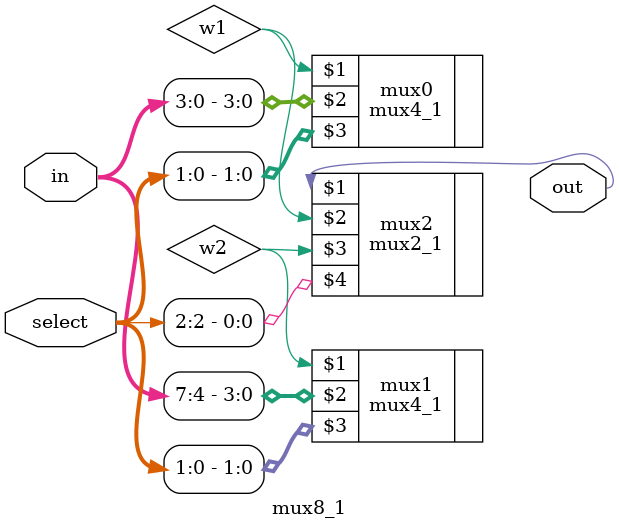
<source format=sv>
module mux8_1(out, in, select);

	input logic [7:0] in;
	input logic [2:0] select;
	output logic out;
	logic w1, w2;

	mux4_1 mux0 (w1, in[3:0], select[1:0]);
	mux4_1 mux1 (w2, in[7:4], select[1:0]);
	
	mux2_1 mux2 (out, w1, w2, select[2]);

endmodule

</source>
